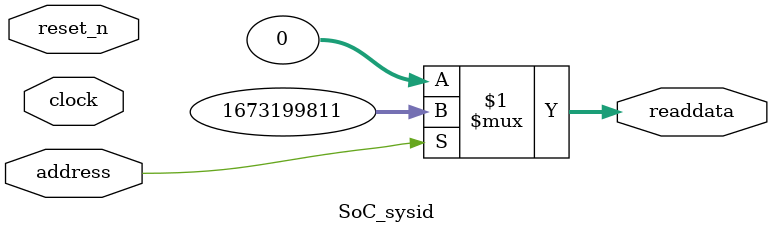
<source format=v>

`timescale 1ns / 1ps
// synthesis translate_on

// turn off superfluous verilog processor warnings 
// altera message_level Level1 
// altera message_off 10034 10035 10036 10037 10230 10240 10030 

module SoC_sysid (
               // inputs:
                address,
                clock,
                reset_n,

               // outputs:
                readdata
             )
;

  output  [ 31: 0] readdata;
  input            address;
  input            clock;
  input            reset_n;

  wire    [ 31: 0] readdata;
  //control_slave, which is an e_avalon_slave
  assign readdata = address ? 1673199811 : 0;

endmodule




</source>
